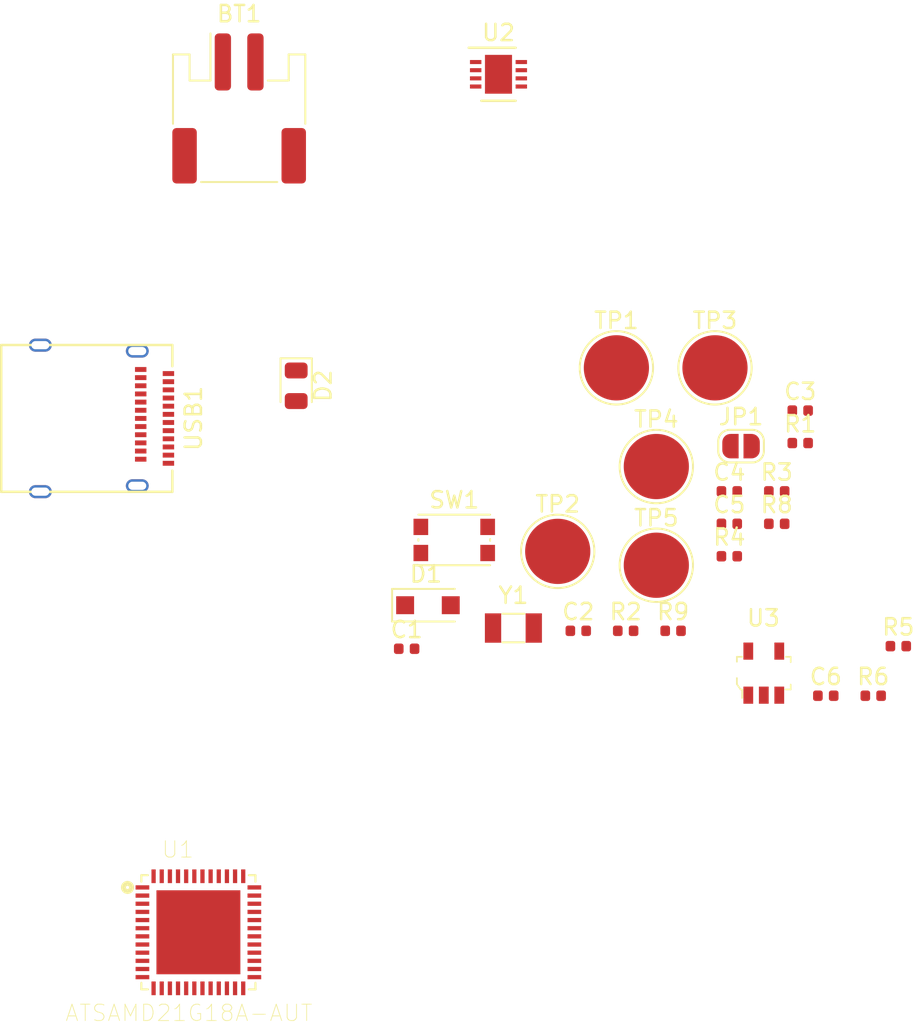
<source format=kicad_pcb>
(kicad_pcb (version 20171130) (host pcbnew "(5.1.5-0-10_14)")

  (general
    (thickness 1.6)
    (drawings 0)
    (tracks 0)
    (zones 0)
    (modules 29)
    (nets 63)
  )

  (page A4)
  (layers
    (0 F.Cu signal)
    (31 B.Cu signal)
    (32 B.Adhes user)
    (33 F.Adhes user)
    (34 B.Paste user)
    (35 F.Paste user)
    (36 B.SilkS user)
    (37 F.SilkS user)
    (38 B.Mask user)
    (39 F.Mask user)
    (40 Dwgs.User user)
    (41 Cmts.User user)
    (42 Eco1.User user)
    (43 Eco2.User user)
    (44 Edge.Cuts user)
    (45 Margin user)
    (46 B.CrtYd user)
    (47 F.CrtYd user)
    (48 B.Fab user)
    (49 F.Fab user hide)
  )

  (setup
    (last_trace_width 0.25)
    (trace_clearance 0.2)
    (zone_clearance 0.508)
    (zone_45_only no)
    (trace_min 0.2)
    (via_size 0.8)
    (via_drill 0.4)
    (via_min_size 0.4)
    (via_min_drill 0.3)
    (uvia_size 0.3)
    (uvia_drill 0.1)
    (uvias_allowed no)
    (uvia_min_size 0.2)
    (uvia_min_drill 0.1)
    (edge_width 0.05)
    (segment_width 0.2)
    (pcb_text_width 0.3)
    (pcb_text_size 1.5 1.5)
    (mod_edge_width 0.12)
    (mod_text_size 1 1)
    (mod_text_width 0.15)
    (pad_size 1.524 1.524)
    (pad_drill 0.762)
    (pad_to_mask_clearance 0.051)
    (solder_mask_min_width 0.25)
    (aux_axis_origin 0 0)
    (visible_elements FFFFFF7F)
    (pcbplotparams
      (layerselection 0x010fc_ffffffff)
      (usegerberextensions false)
      (usegerberattributes false)
      (usegerberadvancedattributes false)
      (creategerberjobfile false)
      (excludeedgelayer true)
      (linewidth 0.100000)
      (plotframeref false)
      (viasonmask false)
      (mode 1)
      (useauxorigin false)
      (hpglpennumber 1)
      (hpglpenspeed 20)
      (hpglpendiameter 15.000000)
      (psnegative false)
      (psa4output false)
      (plotreference true)
      (plotvalue true)
      (plotinvisibletext false)
      (padsonsilk false)
      (subtractmaskfromsilk false)
      (outputformat 1)
      (mirror false)
      (drillshape 1)
      (scaleselection 1)
      (outputdirectory ""))
  )

  (net 0 "")
  (net 1 GND)
  (net 2 /VBAT)
  (net 3 "Net-(C1-Pad1)")
  (net 4 "Net-(C2-Pad2)")
  (net 5 "Net-(C3-Pad1)")
  (net 6 "Net-(C4-Pad2)")
  (net 7 /VBUS)
  (net 8 "Net-(JP1-Pad2)")
  (net 9 /CC2)
  (net 10 /CC1)
  (net 11 +3V3)
  (net 12 /PWRGD)
  (net 13 /SDA)
  (net 14 /SCL)
  (net 15 /MCU_RST)
  (net 16 /SWDIO)
  (net 17 /SWCLK)
  (net 18 "Net-(U1-Pad48)")
  (net 19 /A5)
  (net 20 "Net-(U1-Pad41)")
  (net 21 "Net-(U1-Pad39)")
  (net 22 "Net-(U1-Pad38)")
  (net 23 "Net-(U1-Pad37)")
  (net 24 /D+)
  (net 25 /D-)
  (net 26 /D7)
  (net 27 /D6)
  (net 28 /D12)
  (net 29 /D10)
  (net 30 /D13)
  (net 31 /D11)
  (net 32 /D5)
  (net 33 /D2)
  (net 34 "Net-(U1-Pad22)")
  (net 35 /MISO)
  (net 36 /SCK)
  (net 37 /MOSI)
  (net 38 /D0)
  (net 39 /D1)
  (net 40 /D3)
  (net 41 /LED_DATA)
  (net 42 /D9)
  (net 43 /LED_CLK)
  (net 44 /A4)
  (net 45 /A3)
  (net 46 /A2)
  (net 47 /A1)
  (net 48 /AREF)
  (net 49 /A0)
  (net 50 "Net-(USB1-PadA2)")
  (net 51 "Net-(USB1-PadA3)")
  (net 52 "Net-(USB1-PadA11)")
  (net 53 "Net-(USB1-PadA10)")
  (net 54 "Net-(USB1-PadA8)")
  (net 55 "Net-(USB1-PadB3)")
  (net 56 "Net-(USB1-PadB2)")
  (net 57 "Net-(USB1-PadB11)")
  (net 58 "Net-(USB1-PadB10)")
  (net 59 "Net-(USB1-PadB8)")
  (net 60 "Net-(D2-Pad1)")
  (net 61 "Net-(R5-Pad1)")
  (net 62 "Net-(R6-Pad1)")

  (net_class Default "This is the default net class."
    (clearance 0.2)
    (trace_width 0.25)
    (via_dia 0.8)
    (via_drill 0.4)
    (uvia_dia 0.3)
    (uvia_drill 0.1)
    (add_net +3V3)
    (add_net /A0)
    (add_net /A1)
    (add_net /A2)
    (add_net /A3)
    (add_net /A4)
    (add_net /A5)
    (add_net /AREF)
    (add_net /CC1)
    (add_net /CC2)
    (add_net /D+)
    (add_net /D-)
    (add_net /D0)
    (add_net /D1)
    (add_net /D10)
    (add_net /D11)
    (add_net /D12)
    (add_net /D13)
    (add_net /D2)
    (add_net /D3)
    (add_net /D5)
    (add_net /D6)
    (add_net /D7)
    (add_net /D9)
    (add_net /LED_CLK)
    (add_net /LED_DATA)
    (add_net /MCU_RST)
    (add_net /MISO)
    (add_net /MOSI)
    (add_net /PWRGD)
    (add_net /SCK)
    (add_net /SCL)
    (add_net /SDA)
    (add_net /SWCLK)
    (add_net /SWDIO)
    (add_net /VBAT)
    (add_net /VBUS)
    (add_net GND)
    (add_net "Net-(C1-Pad1)")
    (add_net "Net-(C2-Pad2)")
    (add_net "Net-(C3-Pad1)")
    (add_net "Net-(C4-Pad2)")
    (add_net "Net-(D2-Pad1)")
    (add_net "Net-(JP1-Pad2)")
    (add_net "Net-(R5-Pad1)")
    (add_net "Net-(R6-Pad1)")
    (add_net "Net-(U1-Pad22)")
    (add_net "Net-(U1-Pad37)")
    (add_net "Net-(U1-Pad38)")
    (add_net "Net-(U1-Pad39)")
    (add_net "Net-(U1-Pad41)")
    (add_net "Net-(U1-Pad48)")
    (add_net "Net-(USB1-PadA10)")
    (add_net "Net-(USB1-PadA11)")
    (add_net "Net-(USB1-PadA2)")
    (add_net "Net-(USB1-PadA3)")
    (add_net "Net-(USB1-PadA8)")
    (add_net "Net-(USB1-PadB10)")
    (add_net "Net-(USB1-PadB11)")
    (add_net "Net-(USB1-PadB2)")
    (add_net "Net-(USB1-PadB3)")
    (add_net "Net-(USB1-PadB8)")
  )

  (module digikey-footprints:SOT-753 (layer F.Cu) (tedit 5D28A654) (tstamp 5E117FC5)
    (at 119.194754 92.614812)
    (path /5E1B9074)
    (attr smd)
    (fp_text reference U3 (at -0.025 -3.375) (layer F.SilkS)
      (effects (font (size 1 1) (thickness 0.15)))
    )
    (fp_text value MCP73831T-2ACI_OT (at 0.35 4.025) (layer F.Fab)
      (effects (font (size 1 1) (thickness 0.15)))
    )
    (fp_line (start -1.525 -0.875) (end 1.525 -0.875) (layer F.Fab) (width 0.1))
    (fp_line (start 1.525 -0.875) (end 1.525 0.875) (layer F.Fab) (width 0.1))
    (fp_line (start -1.525 0.625) (end -1.35 0.875) (layer F.Fab) (width 0.1))
    (fp_line (start -1.35 0.875) (end 1.525 0.875) (layer F.Fab) (width 0.1))
    (fp_line (start -1.525 0.625) (end -1.525 -0.875) (layer F.Fab) (width 0.1))
    (fp_line (start -1.65 0.675) (end -1.65 0.3) (layer F.SilkS) (width 0.1))
    (fp_line (start -1.325 1) (end -1.325 1.525) (layer F.SilkS) (width 0.1))
    (fp_line (start -1.425 1) (end -1.325 1) (layer F.SilkS) (width 0.1))
    (fp_line (start -1.65 0.675) (end -1.425 1) (layer F.SilkS) (width 0.1))
    (fp_line (start 1.65 -1) (end 1.65 -0.675) (layer F.SilkS) (width 0.1))
    (fp_line (start 1.35 -1) (end 1.65 -1) (layer F.SilkS) (width 0.1))
    (fp_line (start 1.65 1) (end 1.65 0.7) (layer F.SilkS) (width 0.1))
    (fp_line (start 1.325 1) (end 1.65 1) (layer F.SilkS) (width 0.1))
    (fp_line (start -1.65 -1) (end -1.65 -0.7) (layer F.SilkS) (width 0.1))
    (fp_line (start -1.325 -1) (end -1.65 -1) (layer F.SilkS) (width 0.1))
    (fp_text user %R (at 0 0.1) (layer F.Fab)
      (effects (font (size 0.75 0.75) (thickness 0.075)))
    )
    (fp_line (start -1.825 -2.125) (end 1.825 -2.125) (layer F.CrtYd) (width 0.05))
    (fp_line (start 1.825 -2.125) (end 1.825 2.125) (layer F.CrtYd) (width 0.05))
    (fp_line (start 1.825 2.125) (end -1.825 2.125) (layer F.CrtYd) (width 0.05))
    (fp_line (start -1.825 2.125) (end -1.825 -2.125) (layer F.CrtYd) (width 0.05))
    (pad 1 smd rect (at -0.95 1.35) (size 0.6 1.05) (layers F.Cu F.Paste F.Mask)
      (net 62 "Net-(R6-Pad1)") (solder_mask_margin 0.07))
    (pad 2 smd rect (at 0 1.35) (size 0.6 1.05) (layers F.Cu F.Paste F.Mask)
      (net 1 GND) (solder_mask_margin 0.07))
    (pad 3 smd rect (at 0.95 1.35) (size 0.6 1.05) (layers F.Cu F.Paste F.Mask)
      (net 2 /VBAT) (solder_mask_margin 0.07))
    (pad 4 smd rect (at 0.95 -1.35) (size 0.6 1.05) (layers F.Cu F.Paste F.Mask)
      (net 7 /VBUS) (solder_mask_margin 0.07))
    (pad 5 smd rect (at -0.95 -1.35) (size 0.6 1.05) (layers F.Cu F.Paste F.Mask)
      (net 61 "Net-(R5-Pad1)") (solder_mask_margin 0.07))
  )

  (module Resistor_SMD:R_0402_1005Metric (layer F.Cu) (tedit 5B301BBD) (tstamp 5E117E34)
    (at 125.909754 93.999812)
    (descr "Resistor SMD 0402 (1005 Metric), square (rectangular) end terminal, IPC_7351 nominal, (Body size source: http://www.tortai-tech.com/upload/download/2011102023233369053.pdf), generated with kicad-footprint-generator")
    (tags resistor)
    (path /5E1EDA9E)
    (attr smd)
    (fp_text reference R6 (at 0 -1.17) (layer F.SilkS)
      (effects (font (size 1 1) (thickness 0.15)))
    )
    (fp_text value 1k (at 0 1.17) (layer F.Fab)
      (effects (font (size 1 1) (thickness 0.15)))
    )
    (fp_text user %R (at 0 0) (layer F.Fab)
      (effects (font (size 0.25 0.25) (thickness 0.04)))
    )
    (fp_line (start 0.93 0.47) (end -0.93 0.47) (layer F.CrtYd) (width 0.05))
    (fp_line (start 0.93 -0.47) (end 0.93 0.47) (layer F.CrtYd) (width 0.05))
    (fp_line (start -0.93 -0.47) (end 0.93 -0.47) (layer F.CrtYd) (width 0.05))
    (fp_line (start -0.93 0.47) (end -0.93 -0.47) (layer F.CrtYd) (width 0.05))
    (fp_line (start 0.5 0.25) (end -0.5 0.25) (layer F.Fab) (width 0.1))
    (fp_line (start 0.5 -0.25) (end 0.5 0.25) (layer F.Fab) (width 0.1))
    (fp_line (start -0.5 -0.25) (end 0.5 -0.25) (layer F.Fab) (width 0.1))
    (fp_line (start -0.5 0.25) (end -0.5 -0.25) (layer F.Fab) (width 0.1))
    (pad 2 smd roundrect (at 0.485 0) (size 0.59 0.64) (layers F.Cu F.Paste F.Mask) (roundrect_rratio 0.25)
      (net 60 "Net-(D2-Pad1)"))
    (pad 1 smd roundrect (at -0.485 0) (size 0.59 0.64) (layers F.Cu F.Paste F.Mask) (roundrect_rratio 0.25)
      (net 62 "Net-(R6-Pad1)"))
    (model ${KISYS3DMOD}/Resistor_SMD.3dshapes/R_0402_1005Metric.wrl
      (at (xyz 0 0 0))
      (scale (xyz 1 1 1))
      (rotate (xyz 0 0 0))
    )
  )

  (module Resistor_SMD:R_0402_1005Metric (layer F.Cu) (tedit 5B301BBD) (tstamp 5E117E25)
    (at 127.449754 90.959812)
    (descr "Resistor SMD 0402 (1005 Metric), square (rectangular) end terminal, IPC_7351 nominal, (Body size source: http://www.tortai-tech.com/upload/download/2011102023233369053.pdf), generated with kicad-footprint-generator")
    (tags resistor)
    (path /5E1C0057)
    (attr smd)
    (fp_text reference R5 (at 0 -1.17) (layer F.SilkS)
      (effects (font (size 1 1) (thickness 0.15)))
    )
    (fp_text value 2k (at 0 1.17) (layer F.Fab)
      (effects (font (size 1 1) (thickness 0.15)))
    )
    (fp_text user %R (at 0 0) (layer F.Fab)
      (effects (font (size 0.25 0.25) (thickness 0.04)))
    )
    (fp_line (start 0.93 0.47) (end -0.93 0.47) (layer F.CrtYd) (width 0.05))
    (fp_line (start 0.93 -0.47) (end 0.93 0.47) (layer F.CrtYd) (width 0.05))
    (fp_line (start -0.93 -0.47) (end 0.93 -0.47) (layer F.CrtYd) (width 0.05))
    (fp_line (start -0.93 0.47) (end -0.93 -0.47) (layer F.CrtYd) (width 0.05))
    (fp_line (start 0.5 0.25) (end -0.5 0.25) (layer F.Fab) (width 0.1))
    (fp_line (start 0.5 -0.25) (end 0.5 0.25) (layer F.Fab) (width 0.1))
    (fp_line (start -0.5 -0.25) (end 0.5 -0.25) (layer F.Fab) (width 0.1))
    (fp_line (start -0.5 0.25) (end -0.5 -0.25) (layer F.Fab) (width 0.1))
    (pad 2 smd roundrect (at 0.485 0) (size 0.59 0.64) (layers F.Cu F.Paste F.Mask) (roundrect_rratio 0.25)
      (net 1 GND))
    (pad 1 smd roundrect (at -0.485 0) (size 0.59 0.64) (layers F.Cu F.Paste F.Mask) (roundrect_rratio 0.25)
      (net 61 "Net-(R5-Pad1)"))
    (model ${KISYS3DMOD}/Resistor_SMD.3dshapes/R_0402_1005Metric.wrl
      (at (xyz 0 0 0))
      (scale (xyz 1 1 1))
      (rotate (xyz 0 0 0))
    )
  )

  (module LED_SMD:LED_0805_2012Metric (layer F.Cu) (tedit 5B36C52C) (tstamp 5E117D84)
    (at 90.499819 74.99985 270)
    (descr "LED SMD 0805 (2012 Metric), square (rectangular) end terminal, IPC_7351 nominal, (Body size source: https://docs.google.com/spreadsheets/d/1BsfQQcO9C6DZCsRaXUlFlo91Tg2WpOkGARC1WS5S8t0/edit?usp=sharing), generated with kicad-footprint-generator")
    (tags diode)
    (path /5E1EE3D6)
    (attr smd)
    (fp_text reference D2 (at 0 -1.65 90) (layer F.SilkS)
      (effects (font (size 1 1) (thickness 0.15)))
    )
    (fp_text value RED (at 0 1.65 90) (layer F.Fab)
      (effects (font (size 1 1) (thickness 0.15)))
    )
    (fp_text user %R (at 0 0 90) (layer F.Fab)
      (effects (font (size 0.5 0.5) (thickness 0.08)))
    )
    (fp_line (start 1.68 0.95) (end -1.68 0.95) (layer F.CrtYd) (width 0.05))
    (fp_line (start 1.68 -0.95) (end 1.68 0.95) (layer F.CrtYd) (width 0.05))
    (fp_line (start -1.68 -0.95) (end 1.68 -0.95) (layer F.CrtYd) (width 0.05))
    (fp_line (start -1.68 0.95) (end -1.68 -0.95) (layer F.CrtYd) (width 0.05))
    (fp_line (start -1.685 0.96) (end 1 0.96) (layer F.SilkS) (width 0.12))
    (fp_line (start -1.685 -0.96) (end -1.685 0.96) (layer F.SilkS) (width 0.12))
    (fp_line (start 1 -0.96) (end -1.685 -0.96) (layer F.SilkS) (width 0.12))
    (fp_line (start 1 0.6) (end 1 -0.6) (layer F.Fab) (width 0.1))
    (fp_line (start -1 0.6) (end 1 0.6) (layer F.Fab) (width 0.1))
    (fp_line (start -1 -0.3) (end -1 0.6) (layer F.Fab) (width 0.1))
    (fp_line (start -0.7 -0.6) (end -1 -0.3) (layer F.Fab) (width 0.1))
    (fp_line (start 1 -0.6) (end -0.7 -0.6) (layer F.Fab) (width 0.1))
    (pad 2 smd roundrect (at 0.9375 0 270) (size 0.975 1.4) (layers F.Cu F.Paste F.Mask) (roundrect_rratio 0.25)
      (net 7 /VBUS))
    (pad 1 smd roundrect (at -0.9375 0 270) (size 0.975 1.4) (layers F.Cu F.Paste F.Mask) (roundrect_rratio 0.25)
      (net 60 "Net-(D2-Pad1)"))
    (model ${KISYS3DMOD}/LED_SMD.3dshapes/LED_0805_2012Metric.wrl
      (at (xyz 0 0 0))
      (scale (xyz 1 1 1))
      (rotate (xyz 0 0 0))
    )
  )

  (module Capacitor_SMD:C_0402_1005Metric (layer F.Cu) (tedit 5B301BBE) (tstamp 5E117D41)
    (at 122.999754 93.999812)
    (descr "Capacitor SMD 0402 (1005 Metric), square (rectangular) end terminal, IPC_7351 nominal, (Body size source: http://www.tortai-tech.com/upload/download/2011102023233369053.pdf), generated with kicad-footprint-generator")
    (tags capacitor)
    (path /5E1D9806)
    (attr smd)
    (fp_text reference C6 (at 0 -1.17) (layer F.SilkS)
      (effects (font (size 1 1) (thickness 0.15)))
    )
    (fp_text value 10uF (at 0 1.17) (layer F.Fab)
      (effects (font (size 1 1) (thickness 0.15)))
    )
    (fp_text user %R (at 0 0) (layer F.Fab)
      (effects (font (size 0.25 0.25) (thickness 0.04)))
    )
    (fp_line (start 0.93 0.47) (end -0.93 0.47) (layer F.CrtYd) (width 0.05))
    (fp_line (start 0.93 -0.47) (end 0.93 0.47) (layer F.CrtYd) (width 0.05))
    (fp_line (start -0.93 -0.47) (end 0.93 -0.47) (layer F.CrtYd) (width 0.05))
    (fp_line (start -0.93 0.47) (end -0.93 -0.47) (layer F.CrtYd) (width 0.05))
    (fp_line (start 0.5 0.25) (end -0.5 0.25) (layer F.Fab) (width 0.1))
    (fp_line (start 0.5 -0.25) (end 0.5 0.25) (layer F.Fab) (width 0.1))
    (fp_line (start -0.5 -0.25) (end 0.5 -0.25) (layer F.Fab) (width 0.1))
    (fp_line (start -0.5 0.25) (end -0.5 -0.25) (layer F.Fab) (width 0.1))
    (pad 2 smd roundrect (at 0.485 0) (size 0.59 0.64) (layers F.Cu F.Paste F.Mask) (roundrect_rratio 0.25)
      (net 1 GND))
    (pad 1 smd roundrect (at -0.485 0) (size 0.59 0.64) (layers F.Cu F.Paste F.Mask) (roundrect_rratio 0.25)
      (net 2 /VBAT))
    (model ${KISYS3DMOD}/Capacitor_SMD.3dshapes/C_0402_1005Metric.wrl
      (at (xyz 0 0 0))
      (scale (xyz 1 1 1))
      (rotate (xyz 0 0 0))
    )
  )

  (module Crystal:Crystal_SMD_3215-2Pin_3.2x1.5mm (layer F.Cu) (tedit 5A0FD1B2) (tstamp 5E1176A7)
    (at 103.829796 89.849847)
    (descr "SMD Crystal FC-135 https://support.epson.biz/td/api/doc_check.php?dl=brief_FC-135R_en.pdf")
    (tags "SMD SMT Crystal")
    (path /5DDCD800)
    (attr smd)
    (fp_text reference Y1 (at 0 -2) (layer F.SilkS)
      (effects (font (size 1 1) (thickness 0.15)))
    )
    (fp_text value Crystal (at 0 2) (layer F.Fab)
      (effects (font (size 1 1) (thickness 0.15)))
    )
    (fp_line (start 2 -1.15) (end 2 1.15) (layer F.CrtYd) (width 0.05))
    (fp_line (start -2 -1.15) (end -2 1.15) (layer F.CrtYd) (width 0.05))
    (fp_line (start -2 1.15) (end 2 1.15) (layer F.CrtYd) (width 0.05))
    (fp_line (start -1.6 0.75) (end 1.6 0.75) (layer F.Fab) (width 0.1))
    (fp_line (start -1.6 -0.75) (end 1.6 -0.75) (layer F.Fab) (width 0.1))
    (fp_line (start 1.6 -0.75) (end 1.6 0.75) (layer F.Fab) (width 0.1))
    (fp_line (start -0.675 -0.875) (end 0.675 -0.875) (layer F.SilkS) (width 0.12))
    (fp_line (start -0.675 0.875) (end 0.675 0.875) (layer F.SilkS) (width 0.12))
    (fp_line (start -1.6 -0.75) (end -1.6 0.75) (layer F.Fab) (width 0.1))
    (fp_line (start -2 -1.15) (end 2 -1.15) (layer F.CrtYd) (width 0.05))
    (fp_text user %R (at 0 -2) (layer F.Fab)
      (effects (font (size 1 1) (thickness 0.15)))
    )
    (pad 2 smd rect (at -1.25 0) (size 1 1.8) (layers F.Cu F.Paste F.Mask)
      (net 6 "Net-(C4-Pad2)"))
    (pad 1 smd rect (at 1.25 0) (size 1 1.8) (layers F.Cu F.Paste F.Mask)
      (net 4 "Net-(C2-Pad2)"))
    (model ${KISYS3DMOD}/Crystal.3dshapes/Crystal_SMD_3215-2Pin_3.2x1.5mm.wrl
      (at (xyz 0 0 0))
      (scale (xyz 1 1 1))
      (rotate (xyz 0 0 0))
    )
  )

  (module Type-C:12401598E4#2A (layer F.Cu) (tedit 5C42C648) (tstamp 5E117696)
    (at 81.999836 76.999846 270)
    (path /5DDE586B)
    (attr smd)
    (fp_text reference USB1 (at 0 -2.2 90) (layer F.SilkS)
      (effects (font (size 1 1) (thickness 0.15)))
    )
    (fp_text value 12401598E4#2A (at 0 11 90) (layer F.Fab)
      (effects (font (size 1 1) (thickness 0.15)))
    )
    (fp_line (start -4.09 9.59) (end 4.09 9.59) (layer F.Fab) (width 0.15))
    (fp_line (start -4.09 9.59) (end -4.09 -0.91) (layer F.Fab) (width 0.15))
    (fp_line (start -4.09 -0.91) (end 4.09 -0.91) (layer F.Fab) (width 0.15))
    (fp_line (start 4.09 9.59) (end 4.09 -0.91) (layer F.Fab) (width 0.15))
    (fp_line (start -4.5 -0.9) (end -4.5 9.6) (layer F.SilkS) (width 0.15))
    (fp_line (start -4.5 9.6) (end 4.5 9.6) (layer F.SilkS) (width 0.15))
    (fp_line (start 4.5 9.6) (end 4.5 -0.9) (layer F.SilkS) (width 0.15))
    (fp_line (start 4.5 -0.9) (end 3.2 -0.9) (layer F.SilkS) (width 0.15))
    (fp_line (start -4.5 -0.9) (end -3.2 -0.9) (layer F.SilkS) (width 0.15))
    (pad A1 smd rect (at -2.75 -0.66 270) (size 0.3 0.7) (layers F.Cu F.Paste F.Mask)
      (net 1 GND))
    (pad A2 smd rect (at -2.25 -0.66 270) (size 0.3 0.7) (layers F.Cu F.Paste F.Mask)
      (net 50 "Net-(USB1-PadA2)"))
    (pad A3 smd rect (at -1.75 -0.66 270) (size 0.3 0.7) (layers F.Cu F.Paste F.Mask)
      (net 51 "Net-(USB1-PadA3)"))
    (pad A4 smd rect (at -1.25 -0.66 270) (size 0.3 0.7) (layers F.Cu F.Paste F.Mask)
      (net 7 /VBUS))
    (pad A12 smd rect (at 2.75 -0.66 270) (size 0.3 0.7) (layers F.Cu F.Paste F.Mask)
      (net 1 GND))
    (pad A11 smd rect (at 2.25 -0.66 270) (size 0.3 0.7) (layers F.Cu F.Paste F.Mask)
      (net 52 "Net-(USB1-PadA11)"))
    (pad A10 smd rect (at 1.75 -0.66 270) (size 0.3 0.7) (layers F.Cu F.Paste F.Mask)
      (net 53 "Net-(USB1-PadA10)"))
    (pad A5 smd rect (at -0.75 -0.66 270) (size 0.3 0.7) (layers F.Cu F.Paste F.Mask)
      (net 10 /CC1))
    (pad A6 smd rect (at -0.25 -0.66 270) (size 0.3 0.7) (layers F.Cu F.Paste F.Mask)
      (net 24 /D+))
    (pad A7 smd rect (at 0.25 -0.66 270) (size 0.3 0.7) (layers F.Cu F.Paste F.Mask)
      (net 25 /D-))
    (pad A8 smd rect (at 0.75 -0.66 270) (size 0.3 0.7) (layers F.Cu F.Paste F.Mask)
      (net 54 "Net-(USB1-PadA8)"))
    (pad A9 smd rect (at 1.25 -0.66 270) (size 0.3 0.7) (layers F.Cu F.Paste F.Mask)
      (net 7 /VBUS))
    (pad B1 smd rect (at 2.5 1.04 270) (size 0.3 0.7) (layers F.Cu F.Paste F.Mask)
      (net 1 GND))
    (pad B3 smd rect (at 1.5 1.04 270) (size 0.3 0.7) (layers F.Cu F.Paste F.Mask)
      (net 55 "Net-(USB1-PadB3)"))
    (pad B2 smd rect (at 2 1.04 270) (size 0.3 0.7) (layers F.Cu F.Paste F.Mask)
      (net 56 "Net-(USB1-PadB2)"))
    (pad B4 smd rect (at 1 1.04 270) (size 0.3 0.7) (layers F.Cu F.Paste F.Mask)
      (net 7 /VBUS))
    (pad B5 smd rect (at 0.5 1.04 270) (size 0.3 0.7) (layers F.Cu F.Paste F.Mask)
      (net 9 /CC2))
    (pad B12 smd rect (at -3 1.04 270) (size 0.3 0.7) (layers F.Cu F.Paste F.Mask)
      (net 1 GND))
    (pad B11 smd rect (at -2.5 1.04 270) (size 0.3 0.7) (layers F.Cu F.Paste F.Mask)
      (net 57 "Net-(USB1-PadB11)"))
    (pad B10 smd rect (at -2 1.04 270) (size 0.3 0.7) (layers F.Cu F.Paste F.Mask)
      (net 58 "Net-(USB1-PadB10)"))
    (pad B9 smd rect (at -1.5 1.04 270) (size 0.3 0.7) (layers F.Cu F.Paste F.Mask)
      (net 7 /VBUS))
    (pad B8 smd rect (at -1 1.04 270) (size 0.3 0.7) (layers F.Cu F.Paste F.Mask)
      (net 59 "Net-(USB1-PadB8)"))
    (pad B7 smd rect (at -0.5 1.04 270) (size 0.3 0.7) (layers F.Cu F.Paste F.Mask)
      (net 25 /D-))
    (pad B6 smd rect (at 0 1.04 270) (size 0.3 0.7) (layers F.Cu F.Paste F.Mask)
      (net 24 /D+))
    (pad S4 thru_hole oval (at 4.49 7.2 270) (size 0.8 1.4) (drill oval 0.5 1.1) (layers *.Cu B.Mask)
      (net 1 GND))
    (pad S3 thru_hole oval (at -4.49 7.2 270) (size 0.8 1.4) (drill oval 0.5 1.1) (layers *.Cu B.Mask)
      (net 1 GND))
    (pad S2 thru_hole oval (at 4.13 1.25 270) (size 0.8 1.4) (drill oval 0.5 1.1) (layers *.Cu B.Mask)
      (net 1 GND))
    (pad S1 thru_hole oval (at -4.13 1.25 270) (size 0.8 1.4) (drill oval 0.5 1.1) (layers *.Cu B.Mask)
      (net 1 GND))
    (pad "" np_thru_hole oval (at 3.6 0 270) (size 0.95 0.65) (drill oval 0.95 0.65) (layers *.Cu *.Mask))
    (pad "" np_thru_hole circle (at -3.6 0 270) (size 0.65 0.65) (drill 0.65) (layers *.Cu *.Mask))
  )

  (module Package_DFN_QFN:DFN-8-1EP_3x3mm_P0.5mm_EP1.66x2.38mm (layer F.Cu) (tedit 5A64E8E3) (tstamp 5E11766B)
    (at 102.914795 55.904887)
    (descr "DD Package; 8-Lead Plastic DFN (3mm x 3mm) (see Linear Technology DFN_8_05-08-1698.pdf)")
    (tags "DFN 0.5")
    (path /5E1167A5)
    (attr smd)
    (fp_text reference U2 (at 0 -2.55) (layer F.SilkS)
      (effects (font (size 1 1) (thickness 0.15)))
    )
    (fp_text value MCP1727T-3302E_MF (at 0 2.55) (layer F.Fab)
      (effects (font (size 1 1) (thickness 0.15)))
    )
    (fp_line (start -1.825 -1.625) (end 1.05 -1.625) (layer F.SilkS) (width 0.15))
    (fp_line (start -1.05 1.625) (end 1.05 1.625) (layer F.SilkS) (width 0.15))
    (fp_line (start -2 1.8) (end 2 1.8) (layer F.CrtYd) (width 0.05))
    (fp_line (start -2 -1.8) (end 2 -1.8) (layer F.CrtYd) (width 0.05))
    (fp_line (start 2 -1.8) (end 2 1.8) (layer F.CrtYd) (width 0.05))
    (fp_line (start -2 -1.8) (end -2 1.8) (layer F.CrtYd) (width 0.05))
    (fp_line (start -1.5 -0.5) (end -0.5 -1.5) (layer F.Fab) (width 0.15))
    (fp_line (start -1.5 1.5) (end -1.5 -0.5) (layer F.Fab) (width 0.15))
    (fp_line (start 1.5 1.5) (end -1.5 1.5) (layer F.Fab) (width 0.15))
    (fp_line (start 1.5 -1.5) (end 1.5 1.5) (layer F.Fab) (width 0.15))
    (fp_line (start -0.5 -1.5) (end 1.5 -1.5) (layer F.Fab) (width 0.15))
    (fp_text user %R (at 0 0) (layer F.Fab)
      (effects (font (size 0.7 0.7) (thickness 0.105)))
    )
    (pad "" smd rect (at -0.415 -0.595) (size 0.64 1) (layers F.Paste))
    (pad "" smd rect (at 0.415 -0.595) (size 0.64 1) (layers F.Paste))
    (pad "" smd rect (at -0.415 0.595) (size 0.64 1) (layers F.Paste))
    (pad 9 smd rect (at 0 0) (size 1.66 2.38) (layers F.Cu F.Mask)
      (net 1 GND))
    (pad "" smd rect (at 0.415 0.595) (size 0.64 1) (layers F.Paste))
    (pad 8 smd rect (at 1.4 -0.75) (size 0.7 0.25) (layers F.Cu F.Paste F.Mask)
      (net 11 +3V3))
    (pad 7 smd rect (at 1.4 -0.25) (size 0.7 0.25) (layers F.Cu F.Paste F.Mask)
      (net 11 +3V3))
    (pad 6 smd rect (at 1.4 0.25) (size 0.7 0.25) (layers F.Cu F.Paste F.Mask)
      (net 5 "Net-(C3-Pad1)"))
    (pad 5 smd rect (at 1.4 0.75) (size 0.7 0.25) (layers F.Cu F.Paste F.Mask)
      (net 12 /PWRGD))
    (pad 4 smd rect (at -1.4 0.75) (size 0.7 0.25) (layers F.Cu F.Paste F.Mask)
      (net 1 GND))
    (pad 3 smd rect (at -1.4 0.25) (size 0.7 0.25) (layers F.Cu F.Paste F.Mask)
      (net 8 "Net-(JP1-Pad2)"))
    (pad 2 smd rect (at -1.4 -0.25) (size 0.7 0.25) (layers F.Cu F.Paste F.Mask)
      (net 7 /VBUS))
    (pad 1 smd rect (at -1.4 -0.75) (size 0.7 0.25) (layers F.Cu F.Paste F.Mask)
      (net 7 /VBUS))
    (model ${KISYS3DMOD}/Package_DFN_QFN.3dshapes/DFN-8-1EP_3x3mm_P0.5mm_EP1.66x2.38mm.wrl
      (at (xyz 0 0 0))
      (scale (xyz 1 1 1))
      (rotate (xyz 0 0 0))
    )
  )

  (module ATSAMD21G18A-MU:QFN50P700X700X90-49N (layer F.Cu) (tedit 0) (tstamp 5E11764E)
    (at 84.499831 108.499783)
    (path /5DD83EB2)
    (attr smd)
    (fp_text reference U1 (at -1.26112 -5.0703) (layer F.SilkS)
      (effects (font (size 1.00333 1.00333) (thickness 0.05)))
    )
    (fp_text value ATSAMD21G18A-AUT (at -0.58198 4.94858) (layer F.SilkS)
      (effects (font (size 1.00446 1.00446) (thickness 0.05)))
    )
    (fp_line (start -4.105 4.105) (end -4.105 -4.105) (layer Eco1.User) (width 0.05))
    (fp_line (start 4.105 4.105) (end -4.105 4.105) (layer Eco1.User) (width 0.05))
    (fp_line (start 4.105 -4.105) (end 4.105 4.105) (layer Eco1.User) (width 0.05))
    (fp_line (start -4.105 -4.105) (end 4.105 -4.105) (layer Eco1.User) (width 0.05))
    (fp_circle (center -2.9 -2.75) (end -2.8 -2.75) (layer Eco2.User) (width 0.3))
    (fp_circle (center -4.35 -2.75) (end -4.25 -2.75) (layer F.SilkS) (width 0.3))
    (fp_line (start -3.5 3.5) (end -3.1 3.5) (layer F.SilkS) (width 0.127))
    (fp_line (start -3.5 3.1) (end -3.5 3.5) (layer F.SilkS) (width 0.127))
    (fp_line (start 3.5 3.5) (end 3.5 3.1) (layer F.SilkS) (width 0.127))
    (fp_line (start 3.1 3.5) (end 3.5 3.5) (layer F.SilkS) (width 0.127))
    (fp_line (start 3.5 -3.5) (end 3.5 -3.1) (layer F.SilkS) (width 0.127))
    (fp_line (start 3.1 -3.5) (end 3.5 -3.5) (layer F.SilkS) (width 0.127))
    (fp_line (start -3.5 -3.5) (end -3.5 -3.1) (layer F.SilkS) (width 0.127))
    (fp_line (start -3.1 -3.5) (end -3.5 -3.5) (layer F.SilkS) (width 0.127))
    (fp_line (start -3.5 3.5) (end -3.5 -3.5) (layer Eco2.User) (width 0.127))
    (fp_line (start 3.5 3.5) (end -3.5 3.5) (layer Eco2.User) (width 0.127))
    (fp_line (start 3.5 -3.5) (end 3.5 3.5) (layer Eco2.User) (width 0.127))
    (fp_line (start -3.5 -3.5) (end 3.5 -3.5) (layer Eco2.User) (width 0.127))
    (fp_poly (pts (xy 0.375078 0.375) (xy 2.195 0.375) (xy 2.195 2.19546) (xy 0.375078 2.19546)) (layer F.Paste) (width 0))
    (fp_poly (pts (xy -2.19708 0.375) (xy -0.375 0.375) (xy -0.375 2.19708) (xy -2.19708 2.19708)) (layer F.Paste) (width 0))
    (fp_poly (pts (xy 0.375615 -2.195) (xy 2.195 -2.195) (xy 2.195 -0.375615) (xy 0.375615 -0.375615)) (layer F.Paste) (width 0))
    (fp_poly (pts (xy -2.19844 -2.195) (xy -0.375 -2.195) (xy -0.375 -0.375588) (xy -2.19844 -0.375588)) (layer F.Paste) (width 0))
    (pad 48 smd rect (at -2.75 -3.435 270) (size 0.84 0.26) (layers F.Cu F.Paste F.Mask)
      (net 18 "Net-(U1-Pad48)"))
    (pad 47 smd rect (at -2.25 -3.435 270) (size 0.84 0.26) (layers F.Cu F.Paste F.Mask)
      (net 19 /A5))
    (pad 46 smd rect (at -1.75 -3.435 270) (size 0.84 0.26) (layers F.Cu F.Paste F.Mask)
      (net 16 /SWDIO))
    (pad 45 smd rect (at -1.25 -3.435 270) (size 0.84 0.26) (layers F.Cu F.Paste F.Mask)
      (net 17 /SWCLK))
    (pad 44 smd rect (at -0.75 -3.435 270) (size 0.84 0.26) (layers F.Cu F.Paste F.Mask)
      (net 11 +3V3))
    (pad 43 smd rect (at -0.25 -3.435 270) (size 0.84 0.26) (layers F.Cu F.Paste F.Mask)
      (net 3 "Net-(C1-Pad1)"))
    (pad 42 smd rect (at 0.25 -3.435 270) (size 0.84 0.26) (layers F.Cu F.Paste F.Mask)
      (net 1 GND))
    (pad 41 smd rect (at 0.75 -3.435 270) (size 0.84 0.26) (layers F.Cu F.Paste F.Mask)
      (net 20 "Net-(U1-Pad41)"))
    (pad 40 smd rect (at 1.25 -3.435 270) (size 0.84 0.26) (layers F.Cu F.Paste F.Mask)
      (net 15 /MCU_RST))
    (pad 39 smd rect (at 1.75 -3.435 270) (size 0.84 0.26) (layers F.Cu F.Paste F.Mask)
      (net 21 "Net-(U1-Pad39)"))
    (pad 38 smd rect (at 2.25 -3.435 270) (size 0.84 0.26) (layers F.Cu F.Paste F.Mask)
      (net 22 "Net-(U1-Pad38)"))
    (pad 37 smd rect (at 2.75 -3.435 270) (size 0.84 0.26) (layers F.Cu F.Paste F.Mask)
      (net 23 "Net-(U1-Pad37)"))
    (pad 36 smd rect (at 3.435 -2.75 180) (size 0.84 0.26) (layers F.Cu F.Paste F.Mask)
      (net 11 +3V3))
    (pad 35 smd rect (at 3.435 -2.25 180) (size 0.84 0.26) (layers F.Cu F.Paste F.Mask)
      (net 1 GND))
    (pad 34 smd rect (at 3.435 -1.75 180) (size 0.84 0.26) (layers F.Cu F.Paste F.Mask)
      (net 24 /D+))
    (pad 33 smd rect (at 3.435 -1.25 180) (size 0.84 0.26) (layers F.Cu F.Paste F.Mask)
      (net 25 /D-))
    (pad 32 smd rect (at 3.435 -0.75 180) (size 0.84 0.26) (layers F.Cu F.Paste F.Mask)
      (net 14 /SCL))
    (pad 31 smd rect (at 3.435 -0.25 180) (size 0.84 0.26) (layers F.Cu F.Paste F.Mask)
      (net 13 /SDA))
    (pad 30 smd rect (at 3.435 0.25 180) (size 0.84 0.26) (layers F.Cu F.Paste F.Mask)
      (net 26 /D7))
    (pad 29 smd rect (at 3.435 0.75 180) (size 0.84 0.26) (layers F.Cu F.Paste F.Mask)
      (net 27 /D6))
    (pad 28 smd rect (at 3.435 1.25 180) (size 0.84 0.26) (layers F.Cu F.Paste F.Mask)
      (net 28 /D12))
    (pad 27 smd rect (at 3.435 1.75 180) (size 0.84 0.26) (layers F.Cu F.Paste F.Mask)
      (net 29 /D10))
    (pad 26 smd rect (at 3.435 2.25 180) (size 0.84 0.26) (layers F.Cu F.Paste F.Mask)
      (net 30 /D13))
    (pad 25 smd rect (at 3.435 2.75 180) (size 0.84 0.26) (layers F.Cu F.Paste F.Mask)
      (net 31 /D11))
    (pad 24 smd rect (at 2.75 3.435 90) (size 0.84 0.26) (layers F.Cu F.Paste F.Mask)
      (net 32 /D5))
    (pad 23 smd rect (at 2.25 3.435 90) (size 0.84 0.26) (layers F.Cu F.Paste F.Mask)
      (net 33 /D2))
    (pad 22 smd rect (at 1.75 3.435 90) (size 0.84 0.26) (layers F.Cu F.Paste F.Mask)
      (net 34 "Net-(U1-Pad22)"))
    (pad 21 smd rect (at 1.25 3.435 90) (size 0.84 0.26) (layers F.Cu F.Paste F.Mask)
      (net 35 /MISO))
    (pad 20 smd rect (at 0.75 3.435 90) (size 0.84 0.26) (layers F.Cu F.Paste F.Mask)
      (net 36 /SCK))
    (pad 19 smd rect (at 0.25 3.435 90) (size 0.84 0.26) (layers F.Cu F.Paste F.Mask)
      (net 37 /MOSI))
    (pad 18 smd rect (at -0.25 3.435 90) (size 0.84 0.26) (layers F.Cu F.Paste F.Mask)
      (net 1 GND))
    (pad 17 smd rect (at -0.75 3.435 90) (size 0.84 0.26) (layers F.Cu F.Paste F.Mask)
      (net 11 +3V3))
    (pad 16 smd rect (at -1.25 3.435 90) (size 0.84 0.26) (layers F.Cu F.Paste F.Mask)
      (net 38 /D0))
    (pad 15 smd rect (at -1.75 3.435 90) (size 0.84 0.26) (layers F.Cu F.Paste F.Mask)
      (net 39 /D1))
    (pad 14 smd rect (at -2.25 3.435 90) (size 0.84 0.26) (layers F.Cu F.Paste F.Mask)
      (net 40 /D3))
    (pad 13 smd rect (at -2.75 3.435 90) (size 0.84 0.26) (layers F.Cu F.Paste F.Mask)
      (net 41 /LED_DATA))
    (pad 12 smd rect (at -3.435 2.75) (size 0.84 0.26) (layers F.Cu F.Paste F.Mask)
      (net 42 /D9))
    (pad 11 smd rect (at -3.435 2.25) (size 0.84 0.26) (layers F.Cu F.Paste F.Mask)
      (net 43 /LED_CLK))
    (pad 10 smd rect (at -3.435 1.75) (size 0.84 0.26) (layers F.Cu F.Paste F.Mask)
      (net 44 /A4))
    (pad 9 smd rect (at -3.435 1.25) (size 0.84 0.26) (layers F.Cu F.Paste F.Mask)
      (net 45 /A3))
    (pad 8 smd rect (at -3.435 0.75) (size 0.84 0.26) (layers F.Cu F.Paste F.Mask)
      (net 46 /A2))
    (pad 7 smd rect (at -3.435 0.25) (size 0.84 0.26) (layers F.Cu F.Paste F.Mask)
      (net 47 /A1))
    (pad 6 smd rect (at -3.435 -0.25) (size 0.84 0.26) (layers F.Cu F.Paste F.Mask)
      (net 11 +3V3))
    (pad 5 smd rect (at -3.435 -0.75) (size 0.84 0.26) (layers F.Cu F.Paste F.Mask)
      (net 1 GND))
    (pad 4 smd rect (at -3.435 -1.25) (size 0.84 0.26) (layers F.Cu F.Paste F.Mask)
      (net 48 /AREF))
    (pad 3 smd rect (at -3.435 -1.75) (size 0.84 0.26) (layers F.Cu F.Paste F.Mask)
      (net 49 /A0))
    (pad 2 smd rect (at -3.435 -2.25) (size 0.84 0.26) (layers F.Cu F.Paste F.Mask)
      (net 6 "Net-(C4-Pad2)"))
    (pad 1 smd rect (at -3.435 -2.75) (size 0.84 0.26) (layers F.Cu F.Paste F.Mask)
      (net 4 "Net-(C2-Pad2)"))
    (pad 49 smd rect (at 0 0) (size 5.15 5.15) (layers F.Cu F.Paste F.Mask))
  )

  (module TestPoint:TestPoint_Pad_D4.0mm (layer F.Cu) (tedit 5A0F774F) (tstamp 5E117603)
    (at 112.599796 85.999847)
    (descr "SMD pad as test Point, diameter 4.0mm")
    (tags "test point SMD pad")
    (path /5E3C985B)
    (attr virtual)
    (fp_text reference TP5 (at 0 -2.898) (layer F.SilkS)
      (effects (font (size 1 1) (thickness 0.15)))
    )
    (fp_text value RST (at 0 3.1) (layer F.Fab)
      (effects (font (size 1 1) (thickness 0.15)))
    )
    (fp_circle (center 0 0) (end 0 2.25) (layer F.SilkS) (width 0.12))
    (fp_circle (center 0 0) (end 2.5 0) (layer F.CrtYd) (width 0.05))
    (fp_text user %R (at 0 -2.9) (layer F.Fab)
      (effects (font (size 1 1) (thickness 0.15)))
    )
    (pad 1 smd circle (at 0 0) (size 4 4) (layers F.Cu F.Mask)
      (net 15 /MCU_RST))
  )

  (module TestPoint:TestPoint_Pad_D4.0mm (layer F.Cu) (tedit 5A0F774F) (tstamp 5E1175FB)
    (at 112.599796 79.949847)
    (descr "SMD pad as test Point, diameter 4.0mm")
    (tags "test point SMD pad")
    (path /5E3C8CBA)
    (attr virtual)
    (fp_text reference TP4 (at 0 -2.898) (layer F.SilkS)
      (effects (font (size 1 1) (thickness 0.15)))
    )
    (fp_text value CLK (at 0 3.1) (layer F.Fab)
      (effects (font (size 1 1) (thickness 0.15)))
    )
    (fp_circle (center 0 0) (end 0 2.25) (layer F.SilkS) (width 0.12))
    (fp_circle (center 0 0) (end 2.5 0) (layer F.CrtYd) (width 0.05))
    (fp_text user %R (at 0 -2.9) (layer F.Fab)
      (effects (font (size 1 1) (thickness 0.15)))
    )
    (pad 1 smd circle (at 0 0) (size 4 4) (layers F.Cu F.Mask)
      (net 17 /SWCLK))
  )

  (module TestPoint:TestPoint_Pad_D4.0mm (layer F.Cu) (tedit 5A0F774F) (tstamp 5E1175F3)
    (at 116.199796 73.899847)
    (descr "SMD pad as test Point, diameter 4.0mm")
    (tags "test point SMD pad")
    (path /5E3C89CF)
    (attr virtual)
    (fp_text reference TP3 (at 0 -2.898) (layer F.SilkS)
      (effects (font (size 1 1) (thickness 0.15)))
    )
    (fp_text value DIO (at 0 3.1) (layer F.Fab)
      (effects (font (size 1 1) (thickness 0.15)))
    )
    (fp_circle (center 0 0) (end 0 2.25) (layer F.SilkS) (width 0.12))
    (fp_circle (center 0 0) (end 2.5 0) (layer F.CrtYd) (width 0.05))
    (fp_text user %R (at 0 -2.9) (layer F.Fab)
      (effects (font (size 1 1) (thickness 0.15)))
    )
    (pad 1 smd circle (at 0 0) (size 4 4) (layers F.Cu F.Mask)
      (net 16 /SWDIO))
  )

  (module TestPoint:TestPoint_Pad_D4.0mm (layer F.Cu) (tedit 5A0F774F) (tstamp 5E1175EB)
    (at 106.549796 85.149847)
    (descr "SMD pad as test Point, diameter 4.0mm")
    (tags "test point SMD pad")
    (path /5E3FB63A)
    (attr virtual)
    (fp_text reference TP2 (at 0 -2.898) (layer F.SilkS)
      (effects (font (size 1 1) (thickness 0.15)))
    )
    (fp_text value GND (at 0 3.1) (layer F.Fab)
      (effects (font (size 1 1) (thickness 0.15)))
    )
    (fp_circle (center 0 0) (end 0 2.25) (layer F.SilkS) (width 0.12))
    (fp_circle (center 0 0) (end 2.5 0) (layer F.CrtYd) (width 0.05))
    (fp_text user %R (at 0 -2.9) (layer F.Fab)
      (effects (font (size 1 1) (thickness 0.15)))
    )
    (pad 1 smd circle (at 0 0) (size 4 4) (layers F.Cu F.Mask)
      (net 1 GND))
  )

  (module TestPoint:TestPoint_Pad_D4.0mm (layer F.Cu) (tedit 5A0F774F) (tstamp 5E1175E3)
    (at 110.149796 73.899847)
    (descr "SMD pad as test Point, diameter 4.0mm")
    (tags "test point SMD pad")
    (path /5E3C85A8)
    (attr virtual)
    (fp_text reference TP1 (at 0 -2.898) (layer F.SilkS)
      (effects (font (size 1 1) (thickness 0.15)))
    )
    (fp_text value +3V3 (at 0 3.1) (layer F.Fab)
      (effects (font (size 1 1) (thickness 0.15)))
    )
    (fp_circle (center 0 0) (end 0 2.25) (layer F.SilkS) (width 0.12))
    (fp_circle (center 0 0) (end 2.5 0) (layer F.CrtYd) (width 0.05))
    (fp_text user %R (at 0 -2.9) (layer F.Fab)
      (effects (font (size 1 1) (thickness 0.15)))
    )
    (pad 1 smd circle (at 0 0) (size 4 4) (layers F.Cu F.Mask)
      (net 11 +3V3))
  )

  (module Button_Switch_SMD:SW_Push_1P1T_NO_CK_KMR2 (layer F.Cu) (tedit 5A02FC95) (tstamp 5E1175DB)
    (at 100.199796 84.449847)
    (descr "CK components KMR2 tactile switch http://www.ckswitches.com/media/1479/kmr2.pdf")
    (tags "tactile switch kmr2")
    (path /5DFB8192)
    (attr smd)
    (fp_text reference SW1 (at 0 -2.45) (layer F.SilkS)
      (effects (font (size 1 1) (thickness 0.15)))
    )
    (fp_text value "KMR231NG LFS" (at 0 2.55) (layer F.Fab)
      (effects (font (size 1 1) (thickness 0.15)))
    )
    (fp_line (start -2.2 0.05) (end -2.2 -0.05) (layer F.SilkS) (width 0.12))
    (fp_line (start 2.2 -1.55) (end -2.2 -1.55) (layer F.SilkS) (width 0.12))
    (fp_line (start -2.2 1.55) (end 2.2 1.55) (layer F.SilkS) (width 0.12))
    (fp_circle (center 0 0) (end 0 0.8) (layer F.Fab) (width 0.1))
    (fp_line (start -2.8 1.8) (end -2.8 -1.8) (layer F.CrtYd) (width 0.05))
    (fp_line (start 2.8 1.8) (end -2.8 1.8) (layer F.CrtYd) (width 0.05))
    (fp_line (start 2.8 -1.8) (end 2.8 1.8) (layer F.CrtYd) (width 0.05))
    (fp_line (start -2.8 -1.8) (end 2.8 -1.8) (layer F.CrtYd) (width 0.05))
    (fp_line (start 2.2 0.05) (end 2.2 -0.05) (layer F.SilkS) (width 0.12))
    (fp_line (start -2.1 1.4) (end -2.1 -1.4) (layer F.Fab) (width 0.1))
    (fp_line (start 2.1 1.4) (end -2.1 1.4) (layer F.Fab) (width 0.1))
    (fp_line (start 2.1 -1.4) (end 2.1 1.4) (layer F.Fab) (width 0.1))
    (fp_line (start -2.1 -1.4) (end 2.1 -1.4) (layer F.Fab) (width 0.1))
    (fp_text user %R (at 0 -2.45) (layer F.Fab)
      (effects (font (size 1 1) (thickness 0.15)))
    )
    (pad 2 smd rect (at 2.05 0.8) (size 0.9 1) (layers F.Cu F.Paste F.Mask)
      (net 1 GND))
    (pad 1 smd rect (at 2.05 -0.8) (size 0.9 1) (layers F.Cu F.Paste F.Mask)
      (net 15 /MCU_RST))
    (pad 2 smd rect (at -2.05 0.8) (size 0.9 1) (layers F.Cu F.Paste F.Mask)
      (net 1 GND))
    (pad 1 smd rect (at -2.05 -0.8) (size 0.9 1) (layers F.Cu F.Paste F.Mask)
      (net 15 /MCU_RST))
    (model ${KISYS3DMOD}/Button_Switch_SMD.3dshapes/SW_Push_1P1T_NO_CK_KMR2.wrl
      (at (xyz 0 0 0))
      (scale (xyz 1 1 1))
      (rotate (xyz 0 0 0))
    )
  )

  (module Resistor_SMD:R_0402_1005Metric (layer F.Cu) (tedit 5B301BBD) (tstamp 5E1175C5)
    (at 113.629796 90.019847)
    (descr "Resistor SMD 0402 (1005 Metric), square (rectangular) end terminal, IPC_7351 nominal, (Body size source: http://www.tortai-tech.com/upload/download/2011102023233369053.pdf), generated with kicad-footprint-generator")
    (tags resistor)
    (path /5DF51C1A)
    (attr smd)
    (fp_text reference R9 (at 0 -1.17) (layer F.SilkS)
      (effects (font (size 1 1) (thickness 0.15)))
    )
    (fp_text value 10k (at 0 1.17) (layer F.Fab)
      (effects (font (size 1 1) (thickness 0.15)))
    )
    (fp_text user %R (at 0 0) (layer F.Fab)
      (effects (font (size 0.25 0.25) (thickness 0.04)))
    )
    (fp_line (start 0.93 0.47) (end -0.93 0.47) (layer F.CrtYd) (width 0.05))
    (fp_line (start 0.93 -0.47) (end 0.93 0.47) (layer F.CrtYd) (width 0.05))
    (fp_line (start -0.93 -0.47) (end 0.93 -0.47) (layer F.CrtYd) (width 0.05))
    (fp_line (start -0.93 0.47) (end -0.93 -0.47) (layer F.CrtYd) (width 0.05))
    (fp_line (start 0.5 0.25) (end -0.5 0.25) (layer F.Fab) (width 0.1))
    (fp_line (start 0.5 -0.25) (end 0.5 0.25) (layer F.Fab) (width 0.1))
    (fp_line (start -0.5 -0.25) (end 0.5 -0.25) (layer F.Fab) (width 0.1))
    (fp_line (start -0.5 0.25) (end -0.5 -0.25) (layer F.Fab) (width 0.1))
    (pad 2 smd roundrect (at 0.485 0) (size 0.59 0.64) (layers F.Cu F.Paste F.Mask) (roundrect_rratio 0.25)
      (net 14 /SCL))
    (pad 1 smd roundrect (at -0.485 0) (size 0.59 0.64) (layers F.Cu F.Paste F.Mask) (roundrect_rratio 0.25)
      (net 11 +3V3))
    (model ${KISYS3DMOD}/Resistor_SMD.3dshapes/R_0402_1005Metric.wrl
      (at (xyz 0 0 0))
      (scale (xyz 1 1 1))
      (rotate (xyz 0 0 0))
    )
  )

  (module Resistor_SMD:R_0402_1005Metric (layer F.Cu) (tedit 5B301BBD) (tstamp 5E1175B6)
    (at 119.989796 83.459847)
    (descr "Resistor SMD 0402 (1005 Metric), square (rectangular) end terminal, IPC_7351 nominal, (Body size source: http://www.tortai-tech.com/upload/download/2011102023233369053.pdf), generated with kicad-footprint-generator")
    (tags resistor)
    (path /5DF51920)
    (attr smd)
    (fp_text reference R8 (at 0 -1.17) (layer F.SilkS)
      (effects (font (size 1 1) (thickness 0.15)))
    )
    (fp_text value 10k (at 0 1.17) (layer F.Fab)
      (effects (font (size 1 1) (thickness 0.15)))
    )
    (fp_text user %R (at 0 0) (layer F.Fab)
      (effects (font (size 0.25 0.25) (thickness 0.04)))
    )
    (fp_line (start 0.93 0.47) (end -0.93 0.47) (layer F.CrtYd) (width 0.05))
    (fp_line (start 0.93 -0.47) (end 0.93 0.47) (layer F.CrtYd) (width 0.05))
    (fp_line (start -0.93 -0.47) (end 0.93 -0.47) (layer F.CrtYd) (width 0.05))
    (fp_line (start -0.93 0.47) (end -0.93 -0.47) (layer F.CrtYd) (width 0.05))
    (fp_line (start 0.5 0.25) (end -0.5 0.25) (layer F.Fab) (width 0.1))
    (fp_line (start 0.5 -0.25) (end 0.5 0.25) (layer F.Fab) (width 0.1))
    (fp_line (start -0.5 -0.25) (end 0.5 -0.25) (layer F.Fab) (width 0.1))
    (fp_line (start -0.5 0.25) (end -0.5 -0.25) (layer F.Fab) (width 0.1))
    (pad 2 smd roundrect (at 0.485 0) (size 0.59 0.64) (layers F.Cu F.Paste F.Mask) (roundrect_rratio 0.25)
      (net 13 /SDA))
    (pad 1 smd roundrect (at -0.485 0) (size 0.59 0.64) (layers F.Cu F.Paste F.Mask) (roundrect_rratio 0.25)
      (net 11 +3V3))
    (model ${KISYS3DMOD}/Resistor_SMD.3dshapes/R_0402_1005Metric.wrl
      (at (xyz 0 0 0))
      (scale (xyz 1 1 1))
      (rotate (xyz 0 0 0))
    )
  )

  (module Resistor_SMD:R_0402_1005Metric (layer F.Cu) (tedit 5B301BBD) (tstamp 5E1175A7)
    (at 117.079796 85.449847)
    (descr "Resistor SMD 0402 (1005 Metric), square (rectangular) end terminal, IPC_7351 nominal, (Body size source: http://www.tortai-tech.com/upload/download/2011102023233369053.pdf), generated with kicad-footprint-generator")
    (tags resistor)
    (path /5E19B4BA)
    (attr smd)
    (fp_text reference R4 (at 0 -1.17) (layer F.SilkS)
      (effects (font (size 1 1) (thickness 0.15)))
    )
    (fp_text value 10k (at 0 1.17) (layer F.Fab)
      (effects (font (size 1 1) (thickness 0.15)))
    )
    (fp_text user %R (at 0 0) (layer F.Fab)
      (effects (font (size 0.25 0.25) (thickness 0.04)))
    )
    (fp_line (start 0.93 0.47) (end -0.93 0.47) (layer F.CrtYd) (width 0.05))
    (fp_line (start 0.93 -0.47) (end 0.93 0.47) (layer F.CrtYd) (width 0.05))
    (fp_line (start -0.93 -0.47) (end 0.93 -0.47) (layer F.CrtYd) (width 0.05))
    (fp_line (start -0.93 0.47) (end -0.93 -0.47) (layer F.CrtYd) (width 0.05))
    (fp_line (start 0.5 0.25) (end -0.5 0.25) (layer F.Fab) (width 0.1))
    (fp_line (start 0.5 -0.25) (end 0.5 0.25) (layer F.Fab) (width 0.1))
    (fp_line (start -0.5 -0.25) (end 0.5 -0.25) (layer F.Fab) (width 0.1))
    (fp_line (start -0.5 0.25) (end -0.5 -0.25) (layer F.Fab) (width 0.1))
    (pad 2 smd roundrect (at 0.485 0) (size 0.59 0.64) (layers F.Cu F.Paste F.Mask) (roundrect_rratio 0.25)
      (net 11 +3V3))
    (pad 1 smd roundrect (at -0.485 0) (size 0.59 0.64) (layers F.Cu F.Paste F.Mask) (roundrect_rratio 0.25)
      (net 12 /PWRGD))
    (model ${KISYS3DMOD}/Resistor_SMD.3dshapes/R_0402_1005Metric.wrl
      (at (xyz 0 0 0))
      (scale (xyz 1 1 1))
      (rotate (xyz 0 0 0))
    )
  )

  (module Resistor_SMD:R_0402_1005Metric (layer F.Cu) (tedit 5B301BBD) (tstamp 5E117598)
    (at 119.989796 81.469847)
    (descr "Resistor SMD 0402 (1005 Metric), square (rectangular) end terminal, IPC_7351 nominal, (Body size source: http://www.tortai-tech.com/upload/download/2011102023233369053.pdf), generated with kicad-footprint-generator")
    (tags resistor)
    (path /5E169813)
    (attr smd)
    (fp_text reference R3 (at 0 -1.17) (layer F.SilkS)
      (effects (font (size 1 1) (thickness 0.15)))
    )
    (fp_text value 100k (at 0 1.17) (layer F.Fab)
      (effects (font (size 1 1) (thickness 0.15)))
    )
    (fp_text user %R (at 0 0) (layer F.Fab)
      (effects (font (size 0.25 0.25) (thickness 0.04)))
    )
    (fp_line (start 0.93 0.47) (end -0.93 0.47) (layer F.CrtYd) (width 0.05))
    (fp_line (start 0.93 -0.47) (end 0.93 0.47) (layer F.CrtYd) (width 0.05))
    (fp_line (start -0.93 -0.47) (end 0.93 -0.47) (layer F.CrtYd) (width 0.05))
    (fp_line (start -0.93 0.47) (end -0.93 -0.47) (layer F.CrtYd) (width 0.05))
    (fp_line (start 0.5 0.25) (end -0.5 0.25) (layer F.Fab) (width 0.1))
    (fp_line (start 0.5 -0.25) (end 0.5 0.25) (layer F.Fab) (width 0.1))
    (fp_line (start -0.5 -0.25) (end 0.5 -0.25) (layer F.Fab) (width 0.1))
    (fp_line (start -0.5 0.25) (end -0.5 -0.25) (layer F.Fab) (width 0.1))
    (pad 2 smd roundrect (at 0.485 0) (size 0.59 0.64) (layers F.Cu F.Paste F.Mask) (roundrect_rratio 0.25)
      (net 8 "Net-(JP1-Pad2)"))
    (pad 1 smd roundrect (at -0.485 0) (size 0.59 0.64) (layers F.Cu F.Paste F.Mask) (roundrect_rratio 0.25)
      (net 7 /VBUS))
    (model ${KISYS3DMOD}/Resistor_SMD.3dshapes/R_0402_1005Metric.wrl
      (at (xyz 0 0 0))
      (scale (xyz 1 1 1))
      (rotate (xyz 0 0 0))
    )
  )

  (module Resistor_SMD:R_0402_1005Metric (layer F.Cu) (tedit 5B301BBD) (tstamp 5E117589)
    (at 110.719796 90.019847)
    (descr "Resistor SMD 0402 (1005 Metric), square (rectangular) end terminal, IPC_7351 nominal, (Body size source: http://www.tortai-tech.com/upload/download/2011102023233369053.pdf), generated with kicad-footprint-generator")
    (tags resistor)
    (path /5DD2EA4A)
    (attr smd)
    (fp_text reference R2 (at 0 -1.17) (layer F.SilkS)
      (effects (font (size 1 1) (thickness 0.15)))
    )
    (fp_text value 5.1k (at 0 1.17) (layer F.Fab)
      (effects (font (size 1 1) (thickness 0.15)))
    )
    (fp_text user %R (at 0 0) (layer F.Fab)
      (effects (font (size 0.25 0.25) (thickness 0.04)))
    )
    (fp_line (start 0.93 0.47) (end -0.93 0.47) (layer F.CrtYd) (width 0.05))
    (fp_line (start 0.93 -0.47) (end 0.93 0.47) (layer F.CrtYd) (width 0.05))
    (fp_line (start -0.93 -0.47) (end 0.93 -0.47) (layer F.CrtYd) (width 0.05))
    (fp_line (start -0.93 0.47) (end -0.93 -0.47) (layer F.CrtYd) (width 0.05))
    (fp_line (start 0.5 0.25) (end -0.5 0.25) (layer F.Fab) (width 0.1))
    (fp_line (start 0.5 -0.25) (end 0.5 0.25) (layer F.Fab) (width 0.1))
    (fp_line (start -0.5 -0.25) (end 0.5 -0.25) (layer F.Fab) (width 0.1))
    (fp_line (start -0.5 0.25) (end -0.5 -0.25) (layer F.Fab) (width 0.1))
    (pad 2 smd roundrect (at 0.485 0) (size 0.59 0.64) (layers F.Cu F.Paste F.Mask) (roundrect_rratio 0.25)
      (net 10 /CC1))
    (pad 1 smd roundrect (at -0.485 0) (size 0.59 0.64) (layers F.Cu F.Paste F.Mask) (roundrect_rratio 0.25)
      (net 1 GND))
    (model ${KISYS3DMOD}/Resistor_SMD.3dshapes/R_0402_1005Metric.wrl
      (at (xyz 0 0 0))
      (scale (xyz 1 1 1))
      (rotate (xyz 0 0 0))
    )
  )

  (module Resistor_SMD:R_0402_1005Metric (layer F.Cu) (tedit 5B301BBD) (tstamp 5E11757A)
    (at 121.429796 78.509847)
    (descr "Resistor SMD 0402 (1005 Metric), square (rectangular) end terminal, IPC_7351 nominal, (Body size source: http://www.tortai-tech.com/upload/download/2011102023233369053.pdf), generated with kicad-footprint-generator")
    (tags resistor)
    (path /5DD2CA49)
    (attr smd)
    (fp_text reference R1 (at 0 -1.17) (layer F.SilkS)
      (effects (font (size 1 1) (thickness 0.15)))
    )
    (fp_text value 5.1k (at 0 1.17) (layer F.Fab)
      (effects (font (size 1 1) (thickness 0.15)))
    )
    (fp_text user %R (at 0 0) (layer F.Fab)
      (effects (font (size 0.25 0.25) (thickness 0.04)))
    )
    (fp_line (start 0.93 0.47) (end -0.93 0.47) (layer F.CrtYd) (width 0.05))
    (fp_line (start 0.93 -0.47) (end 0.93 0.47) (layer F.CrtYd) (width 0.05))
    (fp_line (start -0.93 -0.47) (end 0.93 -0.47) (layer F.CrtYd) (width 0.05))
    (fp_line (start -0.93 0.47) (end -0.93 -0.47) (layer F.CrtYd) (width 0.05))
    (fp_line (start 0.5 0.25) (end -0.5 0.25) (layer F.Fab) (width 0.1))
    (fp_line (start 0.5 -0.25) (end 0.5 0.25) (layer F.Fab) (width 0.1))
    (fp_line (start -0.5 -0.25) (end 0.5 -0.25) (layer F.Fab) (width 0.1))
    (fp_line (start -0.5 0.25) (end -0.5 -0.25) (layer F.Fab) (width 0.1))
    (pad 2 smd roundrect (at 0.485 0) (size 0.59 0.64) (layers F.Cu F.Paste F.Mask) (roundrect_rratio 0.25)
      (net 9 /CC2))
    (pad 1 smd roundrect (at -0.485 0) (size 0.59 0.64) (layers F.Cu F.Paste F.Mask) (roundrect_rratio 0.25)
      (net 1 GND))
    (model ${KISYS3DMOD}/Resistor_SMD.3dshapes/R_0402_1005Metric.wrl
      (at (xyz 0 0 0))
      (scale (xyz 1 1 1))
      (rotate (xyz 0 0 0))
    )
  )

  (module Jumper:SolderJumper-2_P1.3mm_Open_RoundedPad1.0x1.5mm (layer F.Cu) (tedit 5B391E66) (tstamp 5E11756B)
    (at 117.799796 78.699847)
    (descr "SMD Solder Jumper, 1x1.5mm, rounded Pads, 0.3mm gap, open")
    (tags "solder jumper open")
    (path /5E170E87)
    (attr virtual)
    (fp_text reference JP1 (at 0 -1.8) (layer F.SilkS)
      (effects (font (size 1 1) (thickness 0.15)))
    )
    (fp_text value smd (at 0 1.9) (layer F.Fab)
      (effects (font (size 1 1) (thickness 0.15)))
    )
    (fp_line (start 1.65 1.25) (end -1.65 1.25) (layer F.CrtYd) (width 0.05))
    (fp_line (start 1.65 1.25) (end 1.65 -1.25) (layer F.CrtYd) (width 0.05))
    (fp_line (start -1.65 -1.25) (end -1.65 1.25) (layer F.CrtYd) (width 0.05))
    (fp_line (start -1.65 -1.25) (end 1.65 -1.25) (layer F.CrtYd) (width 0.05))
    (fp_line (start -0.7 -1) (end 0.7 -1) (layer F.SilkS) (width 0.12))
    (fp_line (start 1.4 -0.3) (end 1.4 0.3) (layer F.SilkS) (width 0.12))
    (fp_line (start 0.7 1) (end -0.7 1) (layer F.SilkS) (width 0.12))
    (fp_line (start -1.4 0.3) (end -1.4 -0.3) (layer F.SilkS) (width 0.12))
    (fp_arc (start -0.7 -0.3) (end -0.7 -1) (angle -90) (layer F.SilkS) (width 0.12))
    (fp_arc (start -0.7 0.3) (end -1.4 0.3) (angle -90) (layer F.SilkS) (width 0.12))
    (fp_arc (start 0.7 0.3) (end 0.7 1) (angle -90) (layer F.SilkS) (width 0.12))
    (fp_arc (start 0.7 -0.3) (end 1.4 -0.3) (angle -90) (layer F.SilkS) (width 0.12))
    (pad 2 smd custom (at 0.65 0) (size 1 0.5) (layers F.Cu F.Mask)
      (net 8 "Net-(JP1-Pad2)") (zone_connect 2)
      (options (clearance outline) (anchor rect))
      (primitives
        (gr_circle (center 0 0.25) (end 0.5 0.25) (width 0))
        (gr_circle (center 0 -0.25) (end 0.5 -0.25) (width 0))
        (gr_poly (pts
           (xy 0 -0.75) (xy -0.5 -0.75) (xy -0.5 0.75) (xy 0 0.75)) (width 0))
      ))
    (pad 1 smd custom (at -0.65 0) (size 1 0.5) (layers F.Cu F.Mask)
      (net 1 GND) (zone_connect 2)
      (options (clearance outline) (anchor rect))
      (primitives
        (gr_circle (center 0 0.25) (end 0.5 0.25) (width 0))
        (gr_circle (center 0 -0.25) (end 0.5 -0.25) (width 0))
        (gr_poly (pts
           (xy 0 -0.75) (xy 0.5 -0.75) (xy 0.5 0.75) (xy 0 0.75)) (width 0))
      ))
  )

  (module Diode_SMD:D_SOD-123F (layer F.Cu) (tedit 587F7769) (tstamp 5E117559)
    (at 98.584796 88.449847)
    (descr D_SOD-123F)
    (tags D_SOD-123F)
    (path /5E15173D)
    (attr smd)
    (fp_text reference D1 (at -0.127 -1.905) (layer F.SilkS)
      (effects (font (size 1 1) (thickness 0.15)))
    )
    (fp_text value MBR120 (at 0 2.1) (layer F.Fab)
      (effects (font (size 1 1) (thickness 0.15)))
    )
    (fp_line (start -2.2 -1) (end 1.65 -1) (layer F.SilkS) (width 0.12))
    (fp_line (start -2.2 1) (end 1.65 1) (layer F.SilkS) (width 0.12))
    (fp_line (start -2.2 -1.15) (end -2.2 1.15) (layer F.CrtYd) (width 0.05))
    (fp_line (start 2.2 1.15) (end -2.2 1.15) (layer F.CrtYd) (width 0.05))
    (fp_line (start 2.2 -1.15) (end 2.2 1.15) (layer F.CrtYd) (width 0.05))
    (fp_line (start -2.2 -1.15) (end 2.2 -1.15) (layer F.CrtYd) (width 0.05))
    (fp_line (start -1.4 -0.9) (end 1.4 -0.9) (layer F.Fab) (width 0.1))
    (fp_line (start 1.4 -0.9) (end 1.4 0.9) (layer F.Fab) (width 0.1))
    (fp_line (start 1.4 0.9) (end -1.4 0.9) (layer F.Fab) (width 0.1))
    (fp_line (start -1.4 0.9) (end -1.4 -0.9) (layer F.Fab) (width 0.1))
    (fp_line (start -0.75 0) (end -0.35 0) (layer F.Fab) (width 0.1))
    (fp_line (start -0.35 0) (end -0.35 -0.55) (layer F.Fab) (width 0.1))
    (fp_line (start -0.35 0) (end -0.35 0.55) (layer F.Fab) (width 0.1))
    (fp_line (start -0.35 0) (end 0.25 -0.4) (layer F.Fab) (width 0.1))
    (fp_line (start 0.25 -0.4) (end 0.25 0.4) (layer F.Fab) (width 0.1))
    (fp_line (start 0.25 0.4) (end -0.35 0) (layer F.Fab) (width 0.1))
    (fp_line (start 0.25 0) (end 0.75 0) (layer F.Fab) (width 0.1))
    (fp_line (start -2.2 -1) (end -2.2 1) (layer F.SilkS) (width 0.12))
    (fp_text user %R (at -0.127 -1.905) (layer F.Fab)
      (effects (font (size 1 1) (thickness 0.15)))
    )
    (pad 2 smd rect (at 1.4 0) (size 1.1 1.1) (layers F.Cu F.Paste F.Mask))
    (pad 1 smd rect (at -1.4 0) (size 1.1 1.1) (layers F.Cu F.Paste F.Mask))
    (model ${KISYS3DMOD}/Diode_SMD.3dshapes/D_SOD-123F.wrl
      (at (xyz 0 0 0))
      (scale (xyz 1 1 1))
      (rotate (xyz 0 0 0))
    )
  )

  (module Capacitor_SMD:C_0402_1005Metric (layer F.Cu) (tedit 5B301BBE) (tstamp 5E117540)
    (at 117.079796 83.459847)
    (descr "Capacitor SMD 0402 (1005 Metric), square (rectangular) end terminal, IPC_7351 nominal, (Body size source: http://www.tortai-tech.com/upload/download/2011102023233369053.pdf), generated with kicad-footprint-generator")
    (tags capacitor)
    (path /5E141198)
    (attr smd)
    (fp_text reference C5 (at 0 -1.17) (layer F.SilkS)
      (effects (font (size 1 1) (thickness 0.15)))
    )
    (fp_text value 10uF (at 0 1.17) (layer F.Fab)
      (effects (font (size 1 1) (thickness 0.15)))
    )
    (fp_text user %R (at 0 0) (layer F.Fab)
      (effects (font (size 0.25 0.25) (thickness 0.04)))
    )
    (fp_line (start 0.93 0.47) (end -0.93 0.47) (layer F.CrtYd) (width 0.05))
    (fp_line (start 0.93 -0.47) (end 0.93 0.47) (layer F.CrtYd) (width 0.05))
    (fp_line (start -0.93 -0.47) (end 0.93 -0.47) (layer F.CrtYd) (width 0.05))
    (fp_line (start -0.93 0.47) (end -0.93 -0.47) (layer F.CrtYd) (width 0.05))
    (fp_line (start 0.5 0.25) (end -0.5 0.25) (layer F.Fab) (width 0.1))
    (fp_line (start 0.5 -0.25) (end 0.5 0.25) (layer F.Fab) (width 0.1))
    (fp_line (start -0.5 -0.25) (end 0.5 -0.25) (layer F.Fab) (width 0.1))
    (fp_line (start -0.5 0.25) (end -0.5 -0.25) (layer F.Fab) (width 0.1))
    (pad 2 smd roundrect (at 0.485 0) (size 0.59 0.64) (layers F.Cu F.Paste F.Mask) (roundrect_rratio 0.25)
      (net 1 GND))
    (pad 1 smd roundrect (at -0.485 0) (size 0.59 0.64) (layers F.Cu F.Paste F.Mask) (roundrect_rratio 0.25)
      (net 7 /VBUS))
    (model ${KISYS3DMOD}/Capacitor_SMD.3dshapes/C_0402_1005Metric.wrl
      (at (xyz 0 0 0))
      (scale (xyz 1 1 1))
      (rotate (xyz 0 0 0))
    )
  )

  (module Capacitor_SMD:C_0402_1005Metric (layer F.Cu) (tedit 5B301BBE) (tstamp 5E117531)
    (at 117.079796 81.469847)
    (descr "Capacitor SMD 0402 (1005 Metric), square (rectangular) end terminal, IPC_7351 nominal, (Body size source: http://www.tortai-tech.com/upload/download/2011102023233369053.pdf), generated with kicad-footprint-generator")
    (tags capacitor)
    (path /5DDF4C51)
    (attr smd)
    (fp_text reference C4 (at 0 -1.17) (layer F.SilkS)
      (effects (font (size 1 1) (thickness 0.15)))
    )
    (fp_text value 22pF (at 0 1.17) (layer F.Fab)
      (effects (font (size 1 1) (thickness 0.15)))
    )
    (fp_text user %R (at 0 0) (layer F.Fab)
      (effects (font (size 0.25 0.25) (thickness 0.04)))
    )
    (fp_line (start 0.93 0.47) (end -0.93 0.47) (layer F.CrtYd) (width 0.05))
    (fp_line (start 0.93 -0.47) (end 0.93 0.47) (layer F.CrtYd) (width 0.05))
    (fp_line (start -0.93 -0.47) (end 0.93 -0.47) (layer F.CrtYd) (width 0.05))
    (fp_line (start -0.93 0.47) (end -0.93 -0.47) (layer F.CrtYd) (width 0.05))
    (fp_line (start 0.5 0.25) (end -0.5 0.25) (layer F.Fab) (width 0.1))
    (fp_line (start 0.5 -0.25) (end 0.5 0.25) (layer F.Fab) (width 0.1))
    (fp_line (start -0.5 -0.25) (end 0.5 -0.25) (layer F.Fab) (width 0.1))
    (fp_line (start -0.5 0.25) (end -0.5 -0.25) (layer F.Fab) (width 0.1))
    (pad 2 smd roundrect (at 0.485 0) (size 0.59 0.64) (layers F.Cu F.Paste F.Mask) (roundrect_rratio 0.25)
      (net 6 "Net-(C4-Pad2)"))
    (pad 1 smd roundrect (at -0.485 0) (size 0.59 0.64) (layers F.Cu F.Paste F.Mask) (roundrect_rratio 0.25)
      (net 1 GND))
    (model ${KISYS3DMOD}/Capacitor_SMD.3dshapes/C_0402_1005Metric.wrl
      (at (xyz 0 0 0))
      (scale (xyz 1 1 1))
      (rotate (xyz 0 0 0))
    )
  )

  (module Capacitor_SMD:C_0402_1005Metric (layer F.Cu) (tedit 5B301BBE) (tstamp 5E117522)
    (at 121.429796 76.519847)
    (descr "Capacitor SMD 0402 (1005 Metric), square (rectangular) end terminal, IPC_7351 nominal, (Body size source: http://www.tortai-tech.com/upload/download/2011102023233369053.pdf), generated with kicad-footprint-generator")
    (tags capacitor)
    (path /5E18DF9F)
    (attr smd)
    (fp_text reference C3 (at 0 -1.17) (layer F.SilkS)
      (effects (font (size 1 1) (thickness 0.15)))
    )
    (fp_text value 1000pF (at 0 1.17) (layer F.Fab)
      (effects (font (size 1 1) (thickness 0.15)))
    )
    (fp_text user %R (at 0 0) (layer F.Fab)
      (effects (font (size 0.25 0.25) (thickness 0.04)))
    )
    (fp_line (start 0.93 0.47) (end -0.93 0.47) (layer F.CrtYd) (width 0.05))
    (fp_line (start 0.93 -0.47) (end 0.93 0.47) (layer F.CrtYd) (width 0.05))
    (fp_line (start -0.93 -0.47) (end 0.93 -0.47) (layer F.CrtYd) (width 0.05))
    (fp_line (start -0.93 0.47) (end -0.93 -0.47) (layer F.CrtYd) (width 0.05))
    (fp_line (start 0.5 0.25) (end -0.5 0.25) (layer F.Fab) (width 0.1))
    (fp_line (start 0.5 -0.25) (end 0.5 0.25) (layer F.Fab) (width 0.1))
    (fp_line (start -0.5 -0.25) (end 0.5 -0.25) (layer F.Fab) (width 0.1))
    (fp_line (start -0.5 0.25) (end -0.5 -0.25) (layer F.Fab) (width 0.1))
    (pad 2 smd roundrect (at 0.485 0) (size 0.59 0.64) (layers F.Cu F.Paste F.Mask) (roundrect_rratio 0.25)
      (net 1 GND))
    (pad 1 smd roundrect (at -0.485 0) (size 0.59 0.64) (layers F.Cu F.Paste F.Mask) (roundrect_rratio 0.25)
      (net 5 "Net-(C3-Pad1)"))
    (model ${KISYS3DMOD}/Capacitor_SMD.3dshapes/C_0402_1005Metric.wrl
      (at (xyz 0 0 0))
      (scale (xyz 1 1 1))
      (rotate (xyz 0 0 0))
    )
  )

  (module Capacitor_SMD:C_0402_1005Metric (layer F.Cu) (tedit 5B301BBE) (tstamp 5E117513)
    (at 107.809796 90.019847)
    (descr "Capacitor SMD 0402 (1005 Metric), square (rectangular) end terminal, IPC_7351 nominal, (Body size source: http://www.tortai-tech.com/upload/download/2011102023233369053.pdf), generated with kicad-footprint-generator")
    (tags capacitor)
    (path /5DDF3E2E)
    (attr smd)
    (fp_text reference C2 (at 0 -1.17) (layer F.SilkS)
      (effects (font (size 1 1) (thickness 0.15)))
    )
    (fp_text value 22pF (at 0 1.17) (layer F.Fab)
      (effects (font (size 1 1) (thickness 0.15)))
    )
    (fp_text user %R (at 0 0) (layer F.Fab)
      (effects (font (size 0.25 0.25) (thickness 0.04)))
    )
    (fp_line (start 0.93 0.47) (end -0.93 0.47) (layer F.CrtYd) (width 0.05))
    (fp_line (start 0.93 -0.47) (end 0.93 0.47) (layer F.CrtYd) (width 0.05))
    (fp_line (start -0.93 -0.47) (end 0.93 -0.47) (layer F.CrtYd) (width 0.05))
    (fp_line (start -0.93 0.47) (end -0.93 -0.47) (layer F.CrtYd) (width 0.05))
    (fp_line (start 0.5 0.25) (end -0.5 0.25) (layer F.Fab) (width 0.1))
    (fp_line (start 0.5 -0.25) (end 0.5 0.25) (layer F.Fab) (width 0.1))
    (fp_line (start -0.5 -0.25) (end 0.5 -0.25) (layer F.Fab) (width 0.1))
    (fp_line (start -0.5 0.25) (end -0.5 -0.25) (layer F.Fab) (width 0.1))
    (pad 2 smd roundrect (at 0.485 0) (size 0.59 0.64) (layers F.Cu F.Paste F.Mask) (roundrect_rratio 0.25)
      (net 4 "Net-(C2-Pad2)"))
    (pad 1 smd roundrect (at -0.485 0) (size 0.59 0.64) (layers F.Cu F.Paste F.Mask) (roundrect_rratio 0.25)
      (net 1 GND))
    (model ${KISYS3DMOD}/Capacitor_SMD.3dshapes/C_0402_1005Metric.wrl
      (at (xyz 0 0 0))
      (scale (xyz 1 1 1))
      (rotate (xyz 0 0 0))
    )
  )

  (module Capacitor_SMD:C_0402_1005Metric (layer F.Cu) (tedit 5B301BBE) (tstamp 5E117504)
    (at 97.279796 91.119847)
    (descr "Capacitor SMD 0402 (1005 Metric), square (rectangular) end terminal, IPC_7351 nominal, (Body size source: http://www.tortai-tech.com/upload/download/2011102023233369053.pdf), generated with kicad-footprint-generator")
    (tags capacitor)
    (path /5DDD75AA)
    (attr smd)
    (fp_text reference C1 (at 0 -1.17) (layer F.SilkS)
      (effects (font (size 1 1) (thickness 0.15)))
    )
    (fp_text value 1uF (at 0 1.17) (layer F.Fab)
      (effects (font (size 1 1) (thickness 0.15)))
    )
    (fp_text user %R (at 0 0) (layer F.Fab)
      (effects (font (size 0.25 0.25) (thickness 0.04)))
    )
    (fp_line (start 0.93 0.47) (end -0.93 0.47) (layer F.CrtYd) (width 0.05))
    (fp_line (start 0.93 -0.47) (end 0.93 0.47) (layer F.CrtYd) (width 0.05))
    (fp_line (start -0.93 -0.47) (end 0.93 -0.47) (layer F.CrtYd) (width 0.05))
    (fp_line (start -0.93 0.47) (end -0.93 -0.47) (layer F.CrtYd) (width 0.05))
    (fp_line (start 0.5 0.25) (end -0.5 0.25) (layer F.Fab) (width 0.1))
    (fp_line (start 0.5 -0.25) (end 0.5 0.25) (layer F.Fab) (width 0.1))
    (fp_line (start -0.5 -0.25) (end 0.5 -0.25) (layer F.Fab) (width 0.1))
    (fp_line (start -0.5 0.25) (end -0.5 -0.25) (layer F.Fab) (width 0.1))
    (pad 2 smd roundrect (at 0.485 0) (size 0.59 0.64) (layers F.Cu F.Paste F.Mask) (roundrect_rratio 0.25)
      (net 1 GND))
    (pad 1 smd roundrect (at -0.485 0) (size 0.59 0.64) (layers F.Cu F.Paste F.Mask) (roundrect_rratio 0.25)
      (net 3 "Net-(C1-Pad1)"))
    (model ${KISYS3DMOD}/Capacitor_SMD.3dshapes/C_0402_1005Metric.wrl
      (at (xyz 0 0 0))
      (scale (xyz 1 1 1))
      (rotate (xyz 0 0 0))
    )
  )

  (module Connector_JST:JST_PH_S2B-PH-SM4-TB_1x02-1MP_P2.00mm_Horizontal (layer F.Cu) (tedit 5B78AD87) (tstamp 5E1174F5)
    (at 86.999826 57.999884)
    (descr "JST PH series connector, S2B-PH-SM4-TB (http://www.jst-mfg.com/product/pdf/eng/ePH.pdf), generated with kicad-footprint-generator")
    (tags "connector JST PH top entry")
    (path /5DD47568)
    (attr smd)
    (fp_text reference BT1 (at 0 -5.8) (layer F.SilkS)
      (effects (font (size 1 1) (thickness 0.15)))
    )
    (fp_text value Battery_Cell (at 0 5.8) (layer F.Fab)
      (effects (font (size 1 1) (thickness 0.15)))
    )
    (fp_text user %R (at 0 1.5) (layer F.Fab)
      (effects (font (size 1 1) (thickness 0.15)))
    )
    (fp_line (start -1 -0.892893) (end -0.5 -1.6) (layer F.Fab) (width 0.1))
    (fp_line (start -1.5 -1.6) (end -1 -0.892893) (layer F.Fab) (width 0.1))
    (fp_line (start 4.6 -5.1) (end -4.6 -5.1) (layer F.CrtYd) (width 0.05))
    (fp_line (start 4.6 5.1) (end 4.6 -5.1) (layer F.CrtYd) (width 0.05))
    (fp_line (start -4.6 5.1) (end 4.6 5.1) (layer F.CrtYd) (width 0.05))
    (fp_line (start -4.6 -5.1) (end -4.6 5.1) (layer F.CrtYd) (width 0.05))
    (fp_line (start 3.95 -3.2) (end 3.95 4.4) (layer F.Fab) (width 0.1))
    (fp_line (start -3.95 -3.2) (end -3.95 4.4) (layer F.Fab) (width 0.1))
    (fp_line (start -3.95 4.4) (end 3.95 4.4) (layer F.Fab) (width 0.1))
    (fp_line (start -2.34 4.51) (end 2.34 4.51) (layer F.SilkS) (width 0.12))
    (fp_line (start 3.04 -1.71) (end 1.76 -1.71) (layer F.SilkS) (width 0.12))
    (fp_line (start 3.04 -3.31) (end 3.04 -1.71) (layer F.SilkS) (width 0.12))
    (fp_line (start 4.06 -3.31) (end 3.04 -3.31) (layer F.SilkS) (width 0.12))
    (fp_line (start 4.06 0.94) (end 4.06 -3.31) (layer F.SilkS) (width 0.12))
    (fp_line (start -1.76 -1.71) (end -1.76 -4.6) (layer F.SilkS) (width 0.12))
    (fp_line (start -3.04 -1.71) (end -1.76 -1.71) (layer F.SilkS) (width 0.12))
    (fp_line (start -3.04 -3.31) (end -3.04 -1.71) (layer F.SilkS) (width 0.12))
    (fp_line (start -4.06 -3.31) (end -3.04 -3.31) (layer F.SilkS) (width 0.12))
    (fp_line (start -4.06 0.94) (end -4.06 -3.31) (layer F.SilkS) (width 0.12))
    (fp_line (start 3.15 -3.2) (end 3.95 -3.2) (layer F.Fab) (width 0.1))
    (fp_line (start 3.15 -1.6) (end 3.15 -3.2) (layer F.Fab) (width 0.1))
    (fp_line (start -3.15 -1.6) (end 3.15 -1.6) (layer F.Fab) (width 0.1))
    (fp_line (start -3.15 -3.2) (end -3.15 -1.6) (layer F.Fab) (width 0.1))
    (fp_line (start -3.95 -3.2) (end -3.15 -3.2) (layer F.Fab) (width 0.1))
    (pad MP smd roundrect (at 3.35 2.9) (size 1.5 3.4) (layers F.Cu F.Paste F.Mask) (roundrect_rratio 0.166667))
    (pad MP smd roundrect (at -3.35 2.9) (size 1.5 3.4) (layers F.Cu F.Paste F.Mask) (roundrect_rratio 0.166667))
    (pad 2 smd roundrect (at 1 -2.85) (size 1 3.5) (layers F.Cu F.Paste F.Mask) (roundrect_rratio 0.25)
      (net 1 GND))
    (pad 1 smd roundrect (at -1 -2.85) (size 1 3.5) (layers F.Cu F.Paste F.Mask) (roundrect_rratio 0.25)
      (net 2 /VBAT))
    (model ${KISYS3DMOD}/Connector_JST.3dshapes/JST_PH_S2B-PH-SM4-TB_1x02-1MP_P2.00mm_Horizontal.wrl
      (at (xyz 0 0 0))
      (scale (xyz 1 1 1))
      (rotate (xyz 0 0 0))
    )
  )

)

</source>
